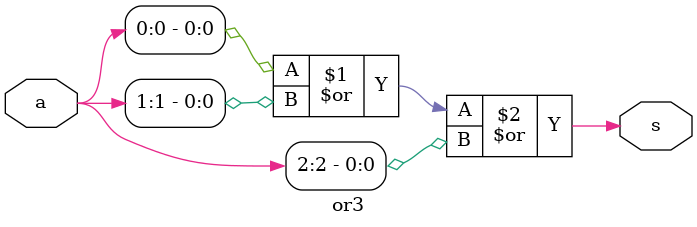
<source format=v>
`timescale 1ns / 1ps  // Define a escala de tempo para a simulação

module or3(
    input [2:0] a,  // Define um vetor de 3 bits de entrada
    output s        // Define a saída de 1 bit
);

// Atribuição usando o operador OR
assign s = a[0] | a[1] | a[2];  // Faz a operação OR entre os bits a[0], a[1] e a[2]

// Atribuição usando o operador de redução OR
// assign s = |a;  // O operador de redução OR verifica se algum bit de 'a' é 1

// Estrutural: instanciando um gate OR
// or G(s, a[0], a[1], a[2]);  // Porta OR que faz a operação bit a bit entre a[0], a[1] e a[2]

endmodule

</source>
